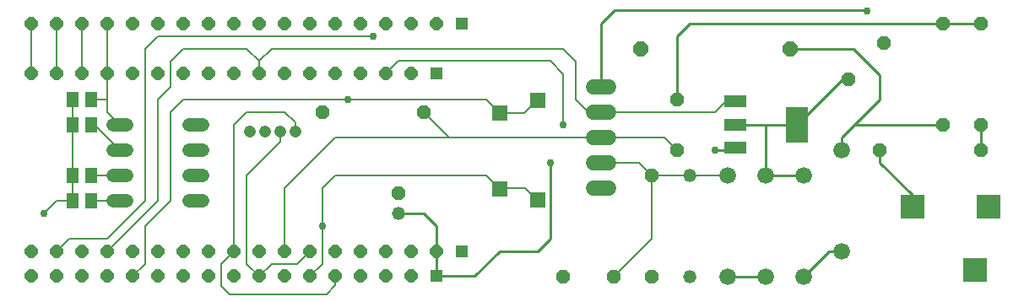
<source format=gbr>
G04 EAGLE Gerber RS-274X export*
G75*
%MOMM*%
%FSLAX34Y34*%
%LPD*%
%INTop Copper*%
%IPPOS*%
%AMOC8*
5,1,8,0,0,1.08239X$1,22.5*%
G01*
%ADD10P,1.429621X8X112.500000*%
%ADD11C,1.320800*%
%ADD12P,1.649562X8X202.500000*%
%ADD13P,1.429621X8X292.500000*%
%ADD14C,1.676400*%
%ADD15R,2.235000X1.219000*%
%ADD16R,2.200000X3.600000*%
%ADD17P,1.429621X8X22.500000*%
%ADD18P,1.429621X8X202.500000*%
%ADD19R,1.508000X1.508000*%
%ADD20C,1.208000*%
%ADD21C,1.320800*%
%ADD22R,2.400000X2.400000*%
%ADD23P,1.415766X8X202.500000*%
%ADD24R,1.308000X1.308000*%
%ADD25R,1.300000X1.600000*%
%ADD26P,1.524005X8X247.500000*%
%ADD27C,1.524000*%
%ADD28C,0.254000*%
%ADD29C,0.152400*%
%ADD30C,0.756400*%


D10*
X393700Y134620D03*
D11*
X393700Y114300D03*
D12*
X786130Y279400D03*
X636270Y279400D03*
D13*
X673100Y228600D03*
X673100Y177800D03*
D14*
X762000Y152400D03*
X762000Y50800D03*
X723900Y50800D03*
X723900Y152400D03*
X800100Y152400D03*
X800100Y50800D03*
D15*
X731010Y226310D03*
X731010Y203200D03*
X731010Y180090D03*
D16*
X792990Y203200D03*
D13*
X939800Y304800D03*
X939800Y203200D03*
D10*
X977900Y203200D03*
X977900Y304800D03*
D17*
X876300Y177800D03*
X977900Y177800D03*
D18*
X609600Y50800D03*
X558800Y50800D03*
D19*
X495300Y138430D03*
X495300Y214630D03*
D20*
X289800Y195900D03*
X274800Y195900D03*
X259800Y195900D03*
X244800Y195900D03*
D21*
X120904Y203200D02*
X107696Y203200D01*
X107696Y177800D02*
X120904Y177800D01*
X120904Y152400D02*
X107696Y152400D01*
X107696Y127000D02*
X120904Y127000D01*
X183896Y127000D02*
X197104Y127000D01*
X197104Y152400D02*
X183896Y152400D01*
X183896Y177800D02*
X197104Y177800D01*
X197104Y203200D02*
X183896Y203200D01*
D22*
X971550Y57150D03*
D19*
X533400Y127800D03*
X533400Y227800D03*
D14*
X838200Y76200D03*
X838200Y177800D03*
D23*
X406400Y254160D03*
X381000Y254160D03*
X355600Y254160D03*
X330200Y254160D03*
X304800Y254160D03*
X279400Y254160D03*
X254000Y254160D03*
X228600Y254160D03*
X203200Y254160D03*
X177800Y254160D03*
X152400Y254160D03*
X127000Y254160D03*
X101600Y254160D03*
X76200Y254160D03*
X50800Y254160D03*
X25400Y254160D03*
X25400Y50960D03*
X50800Y50960D03*
X76200Y50960D03*
X101600Y50960D03*
X127000Y50960D03*
X152400Y50960D03*
X177800Y50960D03*
X203200Y50960D03*
X228600Y50960D03*
X254000Y50960D03*
X279400Y50960D03*
X304800Y50960D03*
X330200Y50960D03*
X355600Y50960D03*
X381000Y50960D03*
X406400Y50960D03*
D24*
X431800Y254160D03*
X431800Y50960D03*
D11*
X685800Y152400D03*
X685800Y50800D03*
D18*
X419100Y215900D03*
X317500Y215900D03*
D10*
X647700Y50800D03*
X647700Y152400D03*
D24*
X457200Y304800D03*
D23*
X431800Y304800D03*
X406400Y304800D03*
X381000Y304800D03*
X355600Y304800D03*
X330200Y304800D03*
X304800Y304800D03*
X279400Y304800D03*
X254000Y304800D03*
X228600Y304800D03*
X203200Y304800D03*
X177800Y304800D03*
X152400Y304800D03*
X127000Y304800D03*
X101600Y304800D03*
X76200Y304800D03*
X50800Y304800D03*
X25400Y304800D03*
X25400Y76200D03*
X50800Y76200D03*
X76200Y76200D03*
X101600Y76200D03*
X127000Y76200D03*
X152400Y76200D03*
X177800Y76200D03*
X203200Y76200D03*
X228600Y76200D03*
X254000Y76200D03*
X279400Y76200D03*
X304800Y76200D03*
X330200Y76200D03*
X355600Y76200D03*
X381000Y76200D03*
X406400Y76200D03*
X431800Y76200D03*
D24*
X457200Y76200D03*
D25*
X85700Y228600D03*
X66700Y228600D03*
X85700Y203200D03*
X66700Y203200D03*
X85700Y152400D03*
X66700Y152400D03*
X85700Y127000D03*
X66700Y127000D03*
D26*
X880291Y284661D03*
X844369Y248739D03*
D27*
X604520Y241300D02*
X589280Y241300D01*
X589280Y215900D02*
X604520Y215900D01*
X604520Y190500D02*
X589280Y190500D01*
X589280Y165100D02*
X604520Y165100D01*
X604520Y139700D02*
X589280Y139700D01*
D22*
X908700Y120650D03*
X984900Y120650D03*
D28*
X762000Y50800D02*
X723900Y50800D01*
X731010Y203200D02*
X749300Y203200D01*
X762000Y203200D02*
X792990Y203200D01*
X762000Y203200D02*
X749300Y203200D01*
X762000Y203200D02*
X762000Y152400D01*
X800100Y152400D01*
X792990Y203200D02*
X838529Y248739D01*
X844369Y248739D01*
X838200Y190500D02*
X838200Y177800D01*
X876300Y252730D02*
X849630Y279400D01*
X786130Y279400D01*
X850900Y203200D02*
X838200Y190500D01*
X850900Y203200D02*
X876300Y228600D01*
X850900Y203200D02*
X939800Y203200D01*
X876300Y228600D02*
X876300Y252730D01*
X673100Y228600D02*
X673100Y292100D01*
X939800Y304800D02*
X977900Y304800D01*
X685800Y304800D02*
X673100Y292100D01*
X685800Y304800D02*
X829310Y304800D01*
X939800Y304800D01*
D29*
X673100Y177800D02*
X660400Y190500D01*
X596900Y190500D01*
X444500Y190500D02*
X330200Y190500D01*
X444500Y190500D02*
X596900Y190500D01*
X279400Y139700D02*
X279400Y76200D01*
X419100Y215900D02*
X444500Y190500D01*
X330200Y190500D02*
X279400Y139700D01*
X494030Y139700D02*
X495300Y138430D01*
X494030Y139700D02*
X481330Y152400D01*
X330200Y152400D01*
X317500Y139700D01*
X317500Y101600D01*
X317500Y63500D01*
X304960Y50960D01*
X304800Y50960D01*
X532600Y127800D02*
X533400Y127800D01*
X532600Y127800D02*
X520700Y139700D01*
X494030Y139700D01*
D30*
X317500Y101600D03*
D28*
X876300Y170117D02*
X876300Y177800D01*
X876300Y170117D02*
X876300Y165100D01*
X908700Y132700D02*
X908700Y120650D01*
X908700Y132700D02*
X876300Y165100D01*
X977900Y177800D02*
X977900Y203200D01*
D29*
X114300Y127000D02*
X85700Y127000D01*
X25400Y254160D02*
X25400Y304800D01*
X85700Y152400D02*
X114300Y152400D01*
X50800Y254160D02*
X50800Y304800D01*
X85700Y203200D02*
X88900Y203200D01*
X76200Y254160D02*
X76200Y304800D01*
X88900Y203200D02*
X114300Y177800D01*
X101600Y228600D02*
X85700Y228600D01*
X101600Y254160D02*
X101600Y304800D01*
X101600Y254160D02*
X101600Y228600D01*
X101600Y215900D01*
X114300Y203200D01*
D28*
X800100Y50800D02*
X825500Y76200D01*
X838200Y76200D01*
D29*
X533400Y227800D02*
X532600Y227800D01*
X519430Y214630D01*
X495300Y214630D01*
X481330Y228600D01*
X342900Y228600D01*
D30*
X342900Y228600D03*
D29*
X139540Y63500D02*
X127000Y50960D01*
X139540Y63500D02*
X139700Y63500D01*
X139700Y101600D01*
X165100Y127000D01*
X165100Y215900D01*
X177800Y228600D02*
X342900Y228600D01*
X177800Y228600D02*
X165100Y215900D01*
D28*
X431800Y50960D02*
X469900Y50960D01*
X431800Y50960D02*
X431800Y76200D01*
X419100Y114300D02*
X393700Y114300D01*
X419100Y114300D02*
X431800Y101600D01*
X431800Y76200D01*
D30*
X546100Y165100D03*
D28*
X546100Y88900D01*
X610110Y318010D02*
X863090Y318010D01*
X610110Y318010D02*
X596900Y304800D01*
X596900Y241300D01*
X863090Y318010D02*
X863600Y317500D01*
D30*
X863600Y317500D03*
D29*
X470060Y50960D02*
X469900Y50960D01*
D28*
X470060Y50960D02*
X495300Y76200D01*
X533400Y76200D01*
X546100Y88900D01*
D29*
X711200Y215900D02*
X723900Y228600D01*
X728720Y228600D01*
X731010Y226310D01*
X711200Y215900D02*
X596900Y215900D01*
X254000Y254160D02*
X254000Y266860D01*
X266540Y279400D01*
X558800Y279400D01*
X571500Y266700D01*
X571500Y228600D01*
X584200Y215900D01*
X596900Y215900D01*
X254000Y266860D02*
X241460Y279400D01*
X203200Y279400D01*
X177800Y279400D01*
X165100Y266700D01*
X165100Y241300D01*
X152400Y228600D01*
X152400Y127000D01*
X114300Y88900D01*
X101600Y76200D01*
D30*
X38100Y114300D03*
D29*
X50800Y127000D01*
X66700Y127000D01*
X66700Y152400D01*
X66700Y203200D01*
X66700Y228600D01*
X685800Y152400D02*
X723900Y152400D01*
X685800Y152400D02*
X647700Y152400D01*
X647700Y88900D01*
X609600Y50800D01*
X596900Y165100D02*
X635000Y165100D01*
X647700Y152400D01*
X393700Y266860D02*
X381000Y254160D01*
X393700Y266860D02*
X545940Y266860D01*
X558800Y254000D01*
X558800Y203200D01*
D30*
X558800Y203200D03*
D29*
X63500Y88900D02*
X50800Y76200D01*
X63500Y88900D02*
X101600Y88900D01*
X139700Y127000D01*
X139700Y279400D01*
X152400Y292100D01*
X368300Y292100D01*
D30*
X368300Y292100D03*
D29*
X266540Y63500D02*
X254000Y50960D01*
X292100Y63500D02*
X304800Y76200D01*
X292100Y63500D02*
X266540Y63500D01*
X254000Y50960D02*
X253840Y50960D01*
X241300Y63500D01*
X274800Y185900D02*
X274800Y195900D01*
X241300Y152400D02*
X241300Y63500D01*
X241300Y152400D02*
X274800Y185900D01*
X228600Y203200D02*
X228600Y76200D01*
X215900Y63500D01*
X215900Y41517D01*
X224397Y33020D02*
X321150Y33020D01*
X330200Y42070D01*
X330200Y50960D01*
X224397Y33020D02*
X215900Y41517D01*
X241300Y215900D02*
X279400Y215900D01*
X289800Y205500D01*
X289800Y195900D01*
X241300Y215900D02*
X228600Y203200D01*
D30*
X711200Y177800D03*
D28*
X728720Y177800D02*
X731010Y180090D01*
X728720Y177800D02*
X711200Y177800D01*
M02*

</source>
